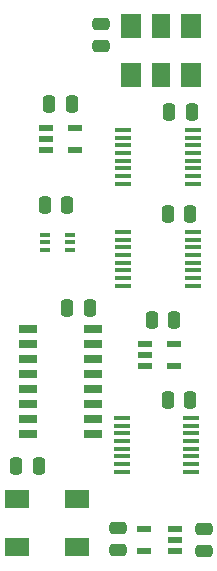
<source format=gtp>
%TF.GenerationSoftware,KiCad,Pcbnew,8.0.7*%
%TF.CreationDate,2025-02-05T15:08:57+02:00*%
%TF.ProjectId,Audio Clock,41756469-6f20-4436-9c6f-636b2e6b6963,V0*%
%TF.SameCoordinates,Original*%
%TF.FileFunction,Paste,Top*%
%TF.FilePolarity,Positive*%
%FSLAX46Y46*%
G04 Gerber Fmt 4.6, Leading zero omitted, Abs format (unit mm)*
G04 Created by KiCad (PCBNEW 8.0.7) date 2025-02-05 15:08:57*
%MOMM*%
%LPD*%
G01*
G04 APERTURE LIST*
G04 Aperture macros list*
%AMRoundRect*
0 Rectangle with rounded corners*
0 $1 Rounding radius*
0 $2 $3 $4 $5 $6 $7 $8 $9 X,Y pos of 4 corners*
0 Add a 4 corners polygon primitive as box body*
4,1,4,$2,$3,$4,$5,$6,$7,$8,$9,$2,$3,0*
0 Add four circle primitives for the rounded corners*
1,1,$1+$1,$2,$3*
1,1,$1+$1,$4,$5*
1,1,$1+$1,$6,$7*
1,1,$1+$1,$8,$9*
0 Add four rect primitives between the rounded corners*
20,1,$1+$1,$2,$3,$4,$5,0*
20,1,$1+$1,$4,$5,$6,$7,0*
20,1,$1+$1,$6,$7,$8,$9,0*
20,1,$1+$1,$8,$9,$2,$3,0*%
G04 Aperture macros list end*
%ADD10R,0.875000X0.450000*%
%ADD11R,1.450000X0.450000*%
%ADD12RoundRect,0.250000X0.250000X0.475000X-0.250000X0.475000X-0.250000X-0.475000X0.250000X-0.475000X0*%
%ADD13RoundRect,0.250000X0.475000X-0.250000X0.475000X0.250000X-0.475000X0.250000X-0.475000X-0.250000X0*%
%ADD14R,2.000000X1.500000*%
%ADD15R,1.250000X0.600000*%
%ADD16RoundRect,0.250000X-0.250000X-0.475000X0.250000X-0.475000X0.250000X0.475000X-0.250000X0.475000X0*%
%ADD17R,1.800000X2.000000*%
%ADD18R,1.600000X2.000000*%
%ADD19R,1.550000X0.650000*%
%ADD20RoundRect,0.250000X-0.475000X0.250000X-0.475000X-0.250000X0.475000X-0.250000X0.475000X0.250000X0*%
%ADD21R,1.150000X0.600000*%
G04 APERTURE END LIST*
D10*
%TO.C,IC8*%
X8174000Y-15225000D03*
X8174000Y-15875000D03*
X8174000Y-16525000D03*
X6050000Y-16525000D03*
X6050000Y-15875000D03*
X6050000Y-15225000D03*
%TD*%
D11*
%TO.C,IC4*%
X18546000Y-14997000D03*
X18546000Y-15647000D03*
X18546000Y-16297000D03*
X18546000Y-16947000D03*
X18546000Y-17597000D03*
X18546000Y-18247000D03*
X18546000Y-18897000D03*
X18546000Y-19547000D03*
X12696000Y-19547000D03*
X12696000Y-18897000D03*
X12696000Y-18247000D03*
X12696000Y-17597000D03*
X12696000Y-16947000D03*
X12696000Y-16297000D03*
X12696000Y-15647000D03*
X12696000Y-14997000D03*
%TD*%
D12*
%TO.C,C11*%
X7924000Y-21463000D03*
X9824000Y-21463000D03*
%TD*%
%TO.C,C5*%
X6019000Y-12700000D03*
X7919000Y-12700000D03*
%TD*%
D13*
%TO.C,C8*%
X19486400Y-40141400D03*
X19486400Y-42041400D03*
%TD*%
D14*
%TO.C,Y1*%
X3683000Y-37624000D03*
X8763000Y-37624000D03*
X8763000Y-41624000D03*
X3683000Y-41624000D03*
%TD*%
D12*
%TO.C,C4*%
X16433000Y-29210000D03*
X18333000Y-29210000D03*
%TD*%
D15*
%TO.C,IC3*%
X8616000Y-6162000D03*
X8616000Y-8062000D03*
X6116000Y-8062000D03*
X6116000Y-7112000D03*
X6116000Y-6162000D03*
%TD*%
D11*
%TO.C,IC2*%
X18419000Y-30745000D03*
X18419000Y-31395000D03*
X18419000Y-32045000D03*
X18419000Y-32695000D03*
X18419000Y-33345000D03*
X18419000Y-33995000D03*
X18419000Y-34645000D03*
X18419000Y-35295000D03*
X12569000Y-35295000D03*
X12569000Y-34645000D03*
X12569000Y-33995000D03*
X12569000Y-33345000D03*
X12569000Y-32695000D03*
X12569000Y-32045000D03*
X12569000Y-31395000D03*
X12569000Y-30745000D03*
%TD*%
D15*
%TO.C,IC9*%
X16998000Y-24450000D03*
X16998000Y-26350000D03*
X14498000Y-26350000D03*
X14498000Y-25400000D03*
X14498000Y-24450000D03*
%TD*%
D16*
%TO.C,C3*%
X5538000Y-34798000D03*
X3638000Y-34798000D03*
%TD*%
D12*
%TO.C,C2*%
X15118000Y-22479000D03*
X17018000Y-22479000D03*
%TD*%
D11*
%TO.C,IC6*%
X18546000Y-6361000D03*
X18546000Y-7011000D03*
X18546000Y-7661000D03*
X18546000Y-8311000D03*
X18546000Y-8961000D03*
X18546000Y-9611000D03*
X18546000Y-10261000D03*
X18546000Y-10911000D03*
X12696000Y-10911000D03*
X12696000Y-10261000D03*
X12696000Y-9611000D03*
X12696000Y-8961000D03*
X12696000Y-8311000D03*
X12696000Y-7661000D03*
X12696000Y-7011000D03*
X12696000Y-6361000D03*
%TD*%
D13*
%TO.C,C10*%
X10795000Y2617000D03*
X10795000Y717000D03*
%TD*%
D17*
%TO.C,Y2*%
X18415000Y-1719000D03*
D18*
X15875000Y-1719000D03*
D17*
X13335000Y-1719000D03*
X13335000Y2481000D03*
D18*
X15875000Y2481000D03*
D17*
X18415000Y2481000D03*
%TD*%
D19*
%TO.C,IC1*%
X10091000Y-23241000D03*
X10091000Y-24511000D03*
X10091000Y-25781000D03*
X10091000Y-27051000D03*
X10091000Y-28321000D03*
X10091000Y-29591000D03*
X10091000Y-30861000D03*
X10091000Y-32131000D03*
X4641000Y-32131000D03*
X4641000Y-30861000D03*
X4641000Y-29591000D03*
X4641000Y-28321000D03*
X4641000Y-27051000D03*
X4641000Y-25781000D03*
X4641000Y-24511000D03*
X4641000Y-23241000D03*
%TD*%
D12*
%TO.C,C7*%
X16560000Y-4826000D03*
X18460000Y-4826000D03*
%TD*%
%TO.C,C1*%
X16433000Y-13462000D03*
X18333000Y-13462000D03*
%TD*%
%TO.C,C6*%
X6400000Y-4191000D03*
X8300000Y-4191000D03*
%TD*%
D20*
%TO.C,C9*%
X12222000Y-41921000D03*
X12222000Y-40021000D03*
%TD*%
D21*
%TO.C,IC5*%
X14478000Y-42032000D03*
X14478000Y-40132000D03*
X17078000Y-40132000D03*
X17078000Y-41082000D03*
X17078000Y-42032000D03*
%TD*%
M02*

</source>
